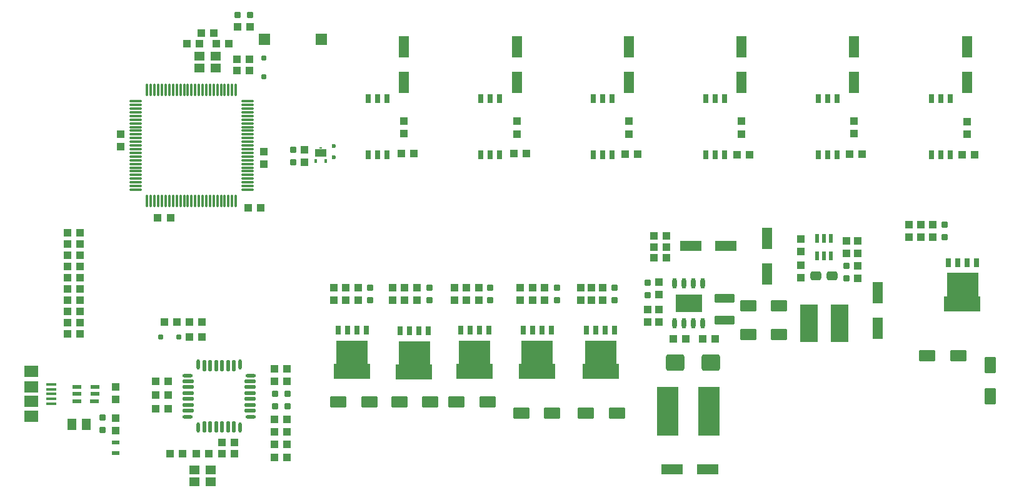
<source format=gtp>
G04 Layer_Color=8421504*
%FSLAX44Y44*%
%MOMM*%
G71*
G01*
G75*
%ADD10C,0.6000*%
%ADD11R,1.0000X1.1000*%
G04:AMPARAMS|DCode=12|XSize=0.8mm|YSize=0.8mm|CornerRadius=0.1mm|HoleSize=0mm|Usage=FLASHONLY|Rotation=90.000|XOffset=0mm|YOffset=0mm|HoleType=Round|Shape=RoundedRectangle|*
%AMROUNDEDRECTD12*
21,1,0.8000,0.6000,0,0,90.0*
21,1,0.6000,0.8000,0,0,90.0*
1,1,0.2000,0.3000,0.3000*
1,1,0.2000,0.3000,-0.3000*
1,1,0.2000,-0.3000,-0.3000*
1,1,0.2000,-0.3000,0.3000*
%
%ADD12ROUNDEDRECTD12*%
G04:AMPARAMS|DCode=13|XSize=2.2mm|YSize=1.5mm|CornerRadius=0.1875mm|HoleSize=0mm|Usage=FLASHONLY|Rotation=270.000|XOffset=0mm|YOffset=0mm|HoleType=Round|Shape=RoundedRectangle|*
%AMROUNDEDRECTD13*
21,1,2.2000,1.1250,0,0,270.0*
21,1,1.8250,1.5000,0,0,270.0*
1,1,0.3750,-0.5625,-0.9125*
1,1,0.3750,-0.5625,0.9125*
1,1,0.3750,0.5625,0.9125*
1,1,0.3750,0.5625,-0.9125*
%
%ADD13ROUNDEDRECTD13*%
G04:AMPARAMS|DCode=14|XSize=2.2mm|YSize=1.5mm|CornerRadius=0.1875mm|HoleSize=0mm|Usage=FLASHONLY|Rotation=180.000|XOffset=0mm|YOffset=0mm|HoleType=Round|Shape=RoundedRectangle|*
%AMROUNDEDRECTD14*
21,1,2.2000,1.1250,0,0,180.0*
21,1,1.8250,1.5000,0,0,180.0*
1,1,0.3750,-0.9125,0.5625*
1,1,0.3750,0.9125,0.5625*
1,1,0.3750,0.9125,-0.5625*
1,1,0.3750,-0.9125,-0.5625*
%
%ADD14ROUNDEDRECTD14*%
G04:AMPARAMS|DCode=15|XSize=0.6mm|YSize=0.7mm|CornerRadius=0.075mm|HoleSize=0mm|Usage=FLASHONLY|Rotation=180.000|XOffset=0mm|YOffset=0mm|HoleType=Round|Shape=RoundedRectangle|*
%AMROUNDEDRECTD15*
21,1,0.6000,0.5500,0,0,180.0*
21,1,0.4500,0.7000,0,0,180.0*
1,1,0.1500,-0.2250,0.2750*
1,1,0.1500,0.2250,0.2750*
1,1,0.1500,0.2250,-0.2750*
1,1,0.1500,-0.2250,-0.2750*
%
%ADD15ROUNDEDRECTD15*%
G04:AMPARAMS|DCode=16|XSize=0.6mm|YSize=0.7mm|CornerRadius=0.075mm|HoleSize=0mm|Usage=FLASHONLY|Rotation=270.000|XOffset=0mm|YOffset=0mm|HoleType=Round|Shape=RoundedRectangle|*
%AMROUNDEDRECTD16*
21,1,0.6000,0.5500,0,0,270.0*
21,1,0.4500,0.7000,0,0,270.0*
1,1,0.1500,-0.2750,-0.2250*
1,1,0.1500,-0.2750,0.2250*
1,1,0.1500,0.2750,0.2250*
1,1,0.1500,0.2750,-0.2250*
%
%ADD16ROUNDEDRECTD16*%
%ADD17O,1.4000X0.5000*%
%ADD18O,1.6000X0.5000*%
%ADD19O,0.5000X1.4000*%
%ADD20O,0.5000X1.6000*%
%ADD21O,1.8000X0.3000*%
%ADD22O,0.3000X1.8000*%
%ADD23R,1.5000X1.5000*%
G04:AMPARAMS|DCode=24|XSize=1.2mm|YSize=1.5mm|CornerRadius=0.3mm|HoleSize=0mm|Usage=FLASHONLY|Rotation=270.000|XOffset=0mm|YOffset=0mm|HoleType=Round|Shape=RoundedRectangle|*
%AMROUNDEDRECTD24*
21,1,1.2000,0.9000,0,0,270.0*
21,1,0.6000,1.5000,0,0,270.0*
1,1,0.6000,-0.4500,-0.3000*
1,1,0.6000,-0.4500,0.3000*
1,1,0.6000,0.4500,0.3000*
1,1,0.6000,0.4500,-0.3000*
%
%ADD24ROUNDEDRECTD24*%
%ADD25R,1.3970X2.9972*%
%ADD26R,2.9972X1.3970*%
%ADD27R,1.1000X1.0000*%
%ADD28R,1.3000X1.5000*%
%ADD29R,0.7000X1.1500*%
%ADD30R,4.2000X3.2000*%
%ADD31R,5.0000X2.0000*%
G04:AMPARAMS|DCode=32|XSize=2.5mm|YSize=2.2mm|CornerRadius=0.275mm|HoleSize=0mm|Usage=FLASHONLY|Rotation=180.000|XOffset=0mm|YOffset=0mm|HoleType=Round|Shape=RoundedRectangle|*
%AMROUNDEDRECTD32*
21,1,2.5000,1.6500,0,0,180.0*
21,1,1.9500,2.2000,0,0,180.0*
1,1,0.5500,-0.9750,0.8250*
1,1,0.5500,0.9750,0.8250*
1,1,0.5500,0.9750,-0.8250*
1,1,0.5500,-0.9750,-0.8250*
%
%ADD32ROUNDEDRECTD32*%
%ADD33R,2.3500X5.1000*%
%ADD34R,2.8500X6.6000*%
%ADD35R,1.9000X1.5000*%
%ADD36R,1.3500X0.4000*%
G04:AMPARAMS|DCode=37|XSize=0.8mm|YSize=0.8mm|CornerRadius=0.1mm|HoleSize=0mm|Usage=FLASHONLY|Rotation=180.000|XOffset=0mm|YOffset=0mm|HoleType=Round|Shape=RoundedRectangle|*
%AMROUNDEDRECTD37*
21,1,0.8000,0.6000,0,0,180.0*
21,1,0.6000,0.8000,0,0,180.0*
1,1,0.2000,-0.3000,0.3000*
1,1,0.2000,0.3000,0.3000*
1,1,0.2000,0.3000,-0.3000*
1,1,0.2000,-0.3000,-0.3000*
%
%ADD37ROUNDEDRECTD37*%
G04:AMPARAMS|DCode=38|XSize=2.7mm|YSize=1.15mm|CornerRadius=0.1437mm|HoleSize=0mm|Usage=FLASHONLY|Rotation=180.000|XOffset=0mm|YOffset=0mm|HoleType=Round|Shape=RoundedRectangle|*
%AMROUNDEDRECTD38*
21,1,2.7000,0.8625,0,0,180.0*
21,1,2.4125,1.1500,0,0,180.0*
1,1,0.2875,-1.2063,0.4313*
1,1,0.2875,1.2063,0.4313*
1,1,0.2875,1.2063,-0.4313*
1,1,0.2875,-1.2063,-0.4313*
%
%ADD38ROUNDEDRECTD38*%
%ADD39O,0.6000X1.4500*%
%ADD40R,3.6000X2.4100*%
%ADD41R,1.4000X1.2000*%
%ADD42R,0.7620X1.2700*%
%ADD43R,0.6000X1.1500*%
%ADD44R,1.1500X0.6000*%
%ADD45R,1.0000X0.6000*%
%ADD46R,0.4000X0.5000*%
%ADD47R,1.6000X1.1000*%
%ADD48R,0.4000X0.2500*%
D10*
X478000Y462380D02*
D03*
Y477620D02*
D03*
D11*
X903000Y238500D02*
D03*
Y255500D02*
D03*
X918000Y292500D02*
D03*
Y275500D02*
D03*
X827024Y267928D02*
D03*
Y284928D02*
D03*
X842010D02*
D03*
Y267928D02*
D03*
X812292D02*
D03*
Y284928D02*
D03*
X763523D02*
D03*
Y267928D02*
D03*
X747013D02*
D03*
Y284928D02*
D03*
X730504Y267928D02*
D03*
Y284928D02*
D03*
X673858D02*
D03*
Y267928D02*
D03*
X657349D02*
D03*
Y284928D02*
D03*
X640839Y267928D02*
D03*
Y284928D02*
D03*
X590290D02*
D03*
Y267928D02*
D03*
X573780D02*
D03*
Y284929D02*
D03*
X557271Y267928D02*
D03*
Y284928D02*
D03*
X510531Y284928D02*
D03*
Y267929D02*
D03*
X494022Y267928D02*
D03*
Y284929D02*
D03*
X477512Y267928D02*
D03*
Y284929D02*
D03*
X918000Y238500D02*
D03*
Y255500D02*
D03*
X1109890Y315408D02*
D03*
Y298408D02*
D03*
X189000Y476500D02*
D03*
Y493500D02*
D03*
X383000Y469500D02*
D03*
Y452500D02*
D03*
X182000Y133500D02*
D03*
Y150500D02*
D03*
X1171882Y331936D02*
D03*
Y348936D02*
D03*
X182000Y108500D02*
D03*
Y91500D02*
D03*
X1187234Y331936D02*
D03*
Y348936D02*
D03*
X1110398Y350968D02*
D03*
Y333968D02*
D03*
X572730Y494644D02*
D03*
Y511644D02*
D03*
X726146Y493882D02*
D03*
Y510882D02*
D03*
X877784Y493882D02*
D03*
Y510882D02*
D03*
X1029930Y493882D02*
D03*
Y510882D02*
D03*
X1182206Y494124D02*
D03*
Y511124D02*
D03*
X1257000Y353500D02*
D03*
Y370500D02*
D03*
X1289000Y370500D02*
D03*
Y353500D02*
D03*
X1273000Y353500D02*
D03*
Y370500D02*
D03*
X1335466Y493322D02*
D03*
Y510322D02*
D03*
X1187000Y297500D02*
D03*
Y314500D02*
D03*
X438000Y455500D02*
D03*
Y472500D02*
D03*
D12*
X903000Y292000D02*
D03*
Y275000D02*
D03*
X1305000Y370500D02*
D03*
Y353500D02*
D03*
X527000Y284930D02*
D03*
Y267930D02*
D03*
X607000Y284930D02*
D03*
Y267930D02*
D03*
X689895Y284930D02*
D03*
Y267930D02*
D03*
X779782Y284930D02*
D03*
Y267930D02*
D03*
X857790Y284930D02*
D03*
Y267930D02*
D03*
X165000Y109000D02*
D03*
Y92000D02*
D03*
X1171882Y315125D02*
D03*
Y298125D02*
D03*
X423000Y472500D02*
D03*
Y455500D02*
D03*
D13*
X1367070Y138000D02*
D03*
Y180000D02*
D03*
D14*
X1039000Y222000D02*
D03*
X1081000D02*
D03*
Y261000D02*
D03*
X1039000D02*
D03*
X1281500Y192540D02*
D03*
X1323500D02*
D03*
X644000Y130000D02*
D03*
X686000D02*
D03*
X484000D02*
D03*
X526000D02*
D03*
X819000Y115000D02*
D03*
X861000D02*
D03*
X566500Y130000D02*
D03*
X608500D02*
D03*
X731500Y115000D02*
D03*
X773500D02*
D03*
D15*
X268000Y218500D02*
D03*
X243000D02*
D03*
D16*
X383000Y596500D02*
D03*
Y571500D02*
D03*
D17*
X279982Y110237D02*
D03*
Y166236D02*
D03*
X364982D02*
D03*
Y110237D02*
D03*
D18*
X280982Y118237D02*
D03*
Y126236D02*
D03*
Y134236D02*
D03*
Y142236D02*
D03*
Y150236D02*
D03*
Y158236D02*
D03*
X363982D02*
D03*
Y150236D02*
D03*
Y142236D02*
D03*
Y134236D02*
D03*
Y126236D02*
D03*
Y118237D02*
D03*
D19*
X294482Y180736D02*
D03*
X350482D02*
D03*
Y95737D02*
D03*
X294482D02*
D03*
D20*
X302482Y179736D02*
D03*
X310482D02*
D03*
X318482D02*
D03*
X326482D02*
D03*
X334482D02*
D03*
X342482D02*
D03*
Y96736D02*
D03*
X334482D02*
D03*
X326482D02*
D03*
X318482D02*
D03*
X310482D02*
D03*
X302482D02*
D03*
D21*
X360600Y418170D02*
D03*
Y423171D02*
D03*
Y428170D02*
D03*
Y433171D02*
D03*
Y438170D02*
D03*
Y443171D02*
D03*
Y448170D02*
D03*
Y453171D02*
D03*
Y458170D02*
D03*
Y463171D02*
D03*
Y468170D02*
D03*
Y473171D02*
D03*
Y478170D02*
D03*
Y483171D02*
D03*
Y488170D02*
D03*
Y493171D02*
D03*
Y498170D02*
D03*
Y503170D02*
D03*
Y508170D02*
D03*
Y513170D02*
D03*
Y518170D02*
D03*
Y523170D02*
D03*
Y528170D02*
D03*
Y533170D02*
D03*
Y538170D02*
D03*
X209600D02*
D03*
Y533170D02*
D03*
Y528170D02*
D03*
Y523170D02*
D03*
Y518170D02*
D03*
Y513170D02*
D03*
Y508170D02*
D03*
Y503170D02*
D03*
Y498170D02*
D03*
Y493171D02*
D03*
Y488170D02*
D03*
Y483171D02*
D03*
Y478170D02*
D03*
Y473171D02*
D03*
Y468170D02*
D03*
Y463171D02*
D03*
Y458170D02*
D03*
Y453171D02*
D03*
Y448170D02*
D03*
Y443171D02*
D03*
Y438170D02*
D03*
Y433171D02*
D03*
Y428170D02*
D03*
Y423171D02*
D03*
Y418170D02*
D03*
D22*
X345100Y553670D02*
D03*
X340100D02*
D03*
X335100D02*
D03*
X330100D02*
D03*
X325100D02*
D03*
X320101D02*
D03*
X315100D02*
D03*
X310100D02*
D03*
X305100D02*
D03*
X300100D02*
D03*
X295100D02*
D03*
X290100D02*
D03*
X285100D02*
D03*
X280100D02*
D03*
X275100D02*
D03*
X270100D02*
D03*
X265100D02*
D03*
X260100D02*
D03*
X255100D02*
D03*
X250100D02*
D03*
X245100D02*
D03*
X240100D02*
D03*
X235100D02*
D03*
X230100D02*
D03*
X225100D02*
D03*
Y402670D02*
D03*
X230100D02*
D03*
X235100D02*
D03*
X240100D02*
D03*
X245100D02*
D03*
X250100D02*
D03*
X255100D02*
D03*
X260100D02*
D03*
X265100D02*
D03*
X270100D02*
D03*
X275100D02*
D03*
X280100D02*
D03*
X285100D02*
D03*
X290100D02*
D03*
X295100D02*
D03*
X300100D02*
D03*
X305100D02*
D03*
X310100D02*
D03*
X315100D02*
D03*
X320101D02*
D03*
X325100D02*
D03*
X330100D02*
D03*
X335100D02*
D03*
X340100D02*
D03*
X345100D02*
D03*
D23*
X383500Y622000D02*
D03*
X460500D02*
D03*
D24*
X1153000Y301000D02*
D03*
X1131000D02*
D03*
D25*
X1064948Y304234D02*
D03*
Y352240D02*
D03*
X1214412Y230604D02*
D03*
Y278610D02*
D03*
X572736Y612102D02*
D03*
Y564096D02*
D03*
X725654D02*
D03*
Y612102D02*
D03*
X877562D02*
D03*
Y564096D02*
D03*
X1029676D02*
D03*
Y612102D02*
D03*
X1182076D02*
D03*
Y564096D02*
D03*
X1335222D02*
D03*
Y612102D02*
D03*
D26*
X1009006Y342000D02*
D03*
X961000D02*
D03*
X984006Y39000D02*
D03*
X936000D02*
D03*
D27*
X133764Y222580D02*
D03*
X116764D02*
D03*
X133764Y253060D02*
D03*
X116764D02*
D03*
X133764Y283540D02*
D03*
X116764D02*
D03*
X133764Y314020D02*
D03*
X116764D02*
D03*
X133764Y344500D02*
D03*
X116764D02*
D03*
X295500Y616000D02*
D03*
X278500D02*
D03*
X954500Y216000D02*
D03*
X937500D02*
D03*
X378706Y393316D02*
D03*
X361706D02*
D03*
X256500Y380000D02*
D03*
X239500D02*
D03*
X346500Y595000D02*
D03*
X363500D02*
D03*
X253376Y158083D02*
D03*
X236376D02*
D03*
X326060Y75260D02*
D03*
X343060D02*
D03*
X256056Y60162D02*
D03*
X273056D02*
D03*
X343056D02*
D03*
X326056D02*
D03*
X414392Y175457D02*
D03*
X397392D02*
D03*
X318500Y616000D02*
D03*
X335500D02*
D03*
X315500Y631000D02*
D03*
X298500D02*
D03*
X248000Y239000D02*
D03*
X265000D02*
D03*
X236482Y120954D02*
D03*
X253482D02*
D03*
X236482Y139413D02*
D03*
X253482D02*
D03*
X346500Y580000D02*
D03*
X363500D02*
D03*
X299000Y218500D02*
D03*
X282000D02*
D03*
X347500Y639000D02*
D03*
X364500D02*
D03*
X414392Y158507D02*
D03*
X397392D02*
D03*
X414336Y89708D02*
D03*
X397336D02*
D03*
X414336Y106908D02*
D03*
X397336D02*
D03*
X414336Y55308D02*
D03*
X397336D02*
D03*
X414336Y72508D02*
D03*
X397336D02*
D03*
X586056Y467076D02*
D03*
X569056D02*
D03*
X738710D02*
D03*
X721710D02*
D03*
X889078Y466060D02*
D03*
X872078D02*
D03*
X1041224Y465806D02*
D03*
X1024224D02*
D03*
X1193116Y466314D02*
D03*
X1176116D02*
D03*
X133764Y268300D02*
D03*
X116764D02*
D03*
X133764Y298780D02*
D03*
X116764D02*
D03*
X133764Y329260D02*
D03*
X116764D02*
D03*
X133764Y359740D02*
D03*
X116764D02*
D03*
X1346018Y465850D02*
D03*
X1329018D02*
D03*
X308474Y60274D02*
D03*
X291474D02*
D03*
X299000Y239000D02*
D03*
X282000D02*
D03*
X133764Y237820D02*
D03*
X116764D02*
D03*
X911500Y325500D02*
D03*
X928500D02*
D03*
X928500Y355500D02*
D03*
X911500D02*
D03*
X994500Y216000D02*
D03*
X977500D02*
D03*
X911500Y340500D02*
D03*
X928500D02*
D03*
D28*
X123500Y100000D02*
D03*
X142500D02*
D03*
D29*
X687591Y227274D02*
D03*
X674891D02*
D03*
X662191D02*
D03*
X649491D02*
D03*
X858266D02*
D03*
X845566D02*
D03*
X832866D02*
D03*
X820166D02*
D03*
X521742D02*
D03*
X509042D02*
D03*
X496342D02*
D03*
X483642D02*
D03*
X772421D02*
D03*
X759721D02*
D03*
X747021D02*
D03*
X734321D02*
D03*
X605790Y226644D02*
D03*
X593090D02*
D03*
X580390D02*
D03*
X567690D02*
D03*
X1348270Y319354D02*
D03*
X1335570D02*
D03*
X1322870D02*
D03*
X1310170D02*
D03*
D30*
X668541Y197274D02*
D03*
X839216D02*
D03*
X502692D02*
D03*
X753371D02*
D03*
X586740Y196644D02*
D03*
X1329220Y289354D02*
D03*
D31*
X668287Y171394D02*
D03*
X838962D02*
D03*
X502438D02*
D03*
X753117D02*
D03*
X586486Y170764D02*
D03*
X1328966Y263474D02*
D03*
D32*
X988000Y184000D02*
D03*
X940000D02*
D03*
D33*
X1121250Y237000D02*
D03*
X1162750D02*
D03*
D34*
X929750Y118000D02*
D03*
X986250D02*
D03*
D35*
X68250Y171500D02*
D03*
Y151000D02*
D03*
Y131000D02*
D03*
Y110500D02*
D03*
D36*
X95250Y154000D02*
D03*
Y147500D02*
D03*
Y128000D02*
D03*
Y134500D02*
D03*
Y141000D02*
D03*
D37*
X364500Y655000D02*
D03*
X347500D02*
D03*
X415017Y124107D02*
D03*
X398017D02*
D03*
X415017Y141307D02*
D03*
X398017D02*
D03*
D38*
X1007000Y271000D02*
D03*
Y241000D02*
D03*
D39*
X939450Y236750D02*
D03*
X952150D02*
D03*
X964850D02*
D03*
X977550D02*
D03*
X939450Y291250D02*
D03*
X952150D02*
D03*
X964850D02*
D03*
X977550D02*
D03*
D40*
X958500Y264000D02*
D03*
D41*
X296000Y599000D02*
D03*
X318000D02*
D03*
Y583000D02*
D03*
X296000D02*
D03*
X289000Y22000D02*
D03*
X311000D02*
D03*
Y38000D02*
D03*
X289000D02*
D03*
D42*
X829160Y465840D02*
D03*
X841860D02*
D03*
X854560D02*
D03*
X829160Y542040D02*
D03*
X841860D02*
D03*
X854560D02*
D03*
X702160D02*
D03*
X689460D02*
D03*
X676760D02*
D03*
X702160Y465840D02*
D03*
X689460D02*
D03*
X676760D02*
D03*
X1312680Y542036D02*
D03*
X1299980D02*
D03*
X1287280D02*
D03*
X1312680Y465836D02*
D03*
X1299980D02*
D03*
X1287280D02*
D03*
X1159280Y542040D02*
D03*
X1146580D02*
D03*
X1133880D02*
D03*
X1159280Y465840D02*
D03*
X1146580D02*
D03*
X1133880D02*
D03*
X981480D02*
D03*
X994180D02*
D03*
X1006880D02*
D03*
X981480Y542040D02*
D03*
X994180D02*
D03*
X1006880D02*
D03*
X524360Y465840D02*
D03*
X537060D02*
D03*
X549760D02*
D03*
X524360Y542040D02*
D03*
X537060D02*
D03*
X549760D02*
D03*
D43*
X1150902Y328436D02*
D03*
Y352186D02*
D03*
X1141402D02*
D03*
X1131902D02*
D03*
Y328686D02*
D03*
X1141402Y328436D02*
D03*
D44*
X154000Y150500D02*
D03*
X130250D02*
D03*
Y141000D02*
D03*
Y131500D02*
D03*
X153750D02*
D03*
X154000Y141000D02*
D03*
D45*
X182000Y75000D02*
D03*
Y61000D02*
D03*
D46*
X453500Y457500D02*
D03*
X466500D02*
D03*
D47*
X460000Y468000D02*
D03*
D48*
Y474500D02*
D03*
M02*

</source>
